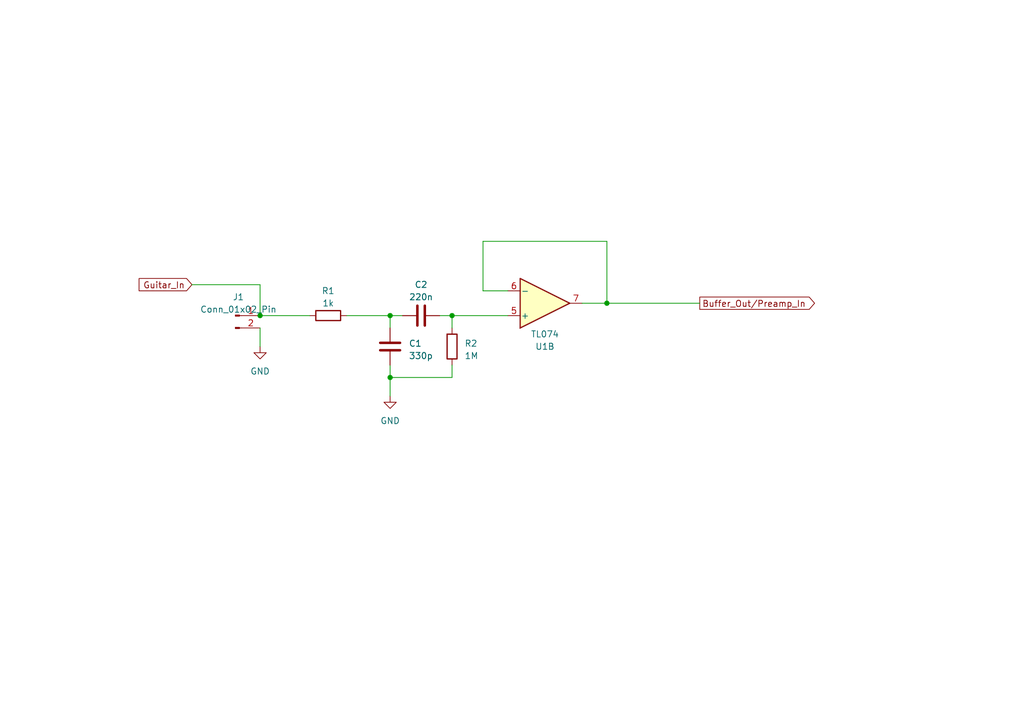
<source format=kicad_sch>
(kicad_sch (version 20230121) (generator eeschema)
  (paper "A5")
  (lib_symbols
    (symbol "Amplifier_Operational:TL074" (pin_names (offset 0.127))
      (property "Reference" "U" (at 0 5.08 0))
      (property "Value" "TL074" (at 0 -5.08 0))
      (symbol "TL074_1_1"
        (polyline (pts (xy -5.08 5.08) (xy 5.08 0) (xy -5.08 -5.08) (xy -5.08 5.08)) (stroke (width 0.254)) (fill (type background)))
        (pin output line (at 7.62 0 180) (length 2.54) (name "~") (number "1"))
        (pin input line (at -7.62 -2.54 0) (length 2.54) (name "-") (number "2"))
        (pin input line (at -7.62 2.54 0) (length 2.54) (name "+") (number "3"))
      )
      (symbol "TL074_2_1"
        (polyline (pts (xy -5.08 5.08) (xy 5.08 0) (xy -5.08 -5.08) (xy -5.08 5.08)) (stroke (width 0.254)) (fill (type background)))
        (pin input line (at -7.62 2.54 0) (length 2.54) (name "+") (number "5"))
        (pin input line (at -7.62 -2.54 0) (length 2.54) (name "-") (number "6"))
        (pin output line (at 7.62 0 180) (length 2.54) (name "~") (number "7"))
      )
      (symbol "TL074_3_1"
        (polyline (pts (xy -5.08 5.08) (xy 5.08 0) (xy -5.08 -5.08) (xy -5.08 5.08)) (stroke (width 0.254)) (fill (type background)))
        (pin input line (at -7.62 2.54 0) (length 2.54) (name "+") (number "10"))
        (pin output line (at 7.62 0 180) (length 2.54) (name "~") (number "8"))
        (pin input line (at -7.62 -2.54 0) (length 2.54) (name "-") (number "9"))
      )
      (symbol "TL074_4_1"
        (polyline (pts (xy -5.08 5.08) (xy 5.08 0) (xy -5.08 -5.08) (xy -5.08 5.08)) (stroke (width 0.254)) (fill (type background)))
        (pin input line (at -7.62 2.54 0) (length 2.54) (name "+") (number "12"))
        (pin input line (at -7.62 -2.54 0) (length 2.54) (name "-") (number "13"))
        (pin output line (at 7.62 0 180) (length 2.54) (name "~") (number "14"))
      )
      (symbol "TL074_5_1"
        (pin power_in line (at -2.54 -7.62 90) (length 3.81) (name "V-") (number "11"))
        (pin power_in line (at -2.54 7.62 270) (length 3.81) (name "V+") (number "4"))
      )
    )
    (symbol "Connector:Conn_01x02_Pin" (pin_names (offset 1.016) hide)
      (property "Reference" "J" (at 0 2.54 0))
      (property "Value" "Conn_01x02_Pin" (at 0 -5.08 0))
      (symbol "Conn_01x02_Pin_1_1"
        (polyline (pts (xy 1.27 -2.54) (xy 0.8636 -2.54)) (stroke (width 0.1524)))
        (polyline (pts (xy 1.27 0) (xy 0.8636 0)) (stroke (width 0.1524)))
        (rectangle (start 0.8636 -2.413) (end 0 -2.667) (stroke (width 0.1524)) (fill (type outline)))
        (rectangle (start 0.8636 0.127) (end 0 -0.127) (stroke (width 0.1524)) (fill (type outline)))
        (pin passive line (at 5.08 0 180) (length 3.81) (name "Pin_1") (number "1"))
        (pin passive line (at 5.08 -2.54 180) (length 3.81) (name "Pin_2") (number "2"))
      )
    )
    (symbol "PCM_Capacitor_AKL:C_0603" (pin_numbers hide) (pin_names (offset 0.254))
      (property "Reference" "C" (at 0.635 2.54 0))
      (property "Value" "C_0603" (at 0.635 -2.54 0))
      (symbol "C_0603_0_1"
        (polyline (pts (xy -2.032 -0.762) (xy 2.032 -0.762)) (stroke (width 0.508)))
        (polyline (pts (xy -2.032 0.762) (xy 2.032 0.762)) (stroke (width 0.508)))
      )
      (symbol "C_0603_1_1"
        (pin passive line (at 0 3.81 270) (length 2.794) (name "~") (number "1"))
        (pin passive line (at 0 -3.81 90) (length 2.794) (name "~") (number "2"))
      )
    )
    (symbol "PCM_Resistor_AKL:R_0603" (pin_numbers hide) (pin_names (offset 0))
      (property "Reference" "R" (at 2.54 1.27 0))
      (property "Value" "R_0603" (at 2.54 -1.27 0))
      (symbol "R_0603_0_1"
        (rectangle (start -1.016 -2.54) (end 1.016 2.54) (stroke (width 0.254)))
      )
      (symbol "R_0603_1_1"
        (pin passive line (at 0 3.81 270) (length 1.27) (name "~") (number "1"))
        (pin passive line (at 0 -3.81 90) (length 1.27) (name "~") (number "2"))
      )
    )
    (symbol "power:GND" (power) (pin_names (offset 0))
      (property "Value" "GND" (at 0 -3.81 0))
      (symbol "GND_0_1"
        (polyline (pts (xy 0 0) (xy 0 -1.27) (xy 1.27 -1.27) (xy 0 -2.54) (xy -1.27 -1.27) (xy 0 -1.27)))
      )
      (symbol "GND_1_1"
        (pin power_in line (at 0 0 270) (length 0) hide (name "GND") (number "1"))
      )
    )
  )
  (junction (at 92.71 64.77))
  (junction (at 80.01 64.77))
  (junction (at 124.46 62.23))
  (junction (at 53.34 64.77))
  (junction (at 80.01 77.47))
  (wire (pts (xy 99.06 49.53) (xy 124.46 49.53)))
  (wire (pts (xy 53.34 67.31) (xy 53.34 71.12)))
  (wire (pts (xy 119.38 62.23) (xy 124.46 62.23)))
  (wire (pts (xy 92.71 74.93) (xy 92.71 77.47)))
  (wire (pts (xy 80.01 77.47) (xy 80.01 81.28)))
  (wire (pts (xy 124.46 49.53) (xy 124.46 62.23)))
  (wire (pts (xy 124.46 62.23) (xy 143.51 62.23)))
  (wire (pts (xy 104.14 64.77) (xy 92.71 64.77)))
  (wire (pts (xy 99.06 49.53) (xy 99.06 59.69)))
  (wire (pts (xy 99.06 59.69) (xy 104.14 59.69)))
  (wire (pts (xy 53.34 64.77) (xy 63.5 64.77)))
  (wire (pts (xy 80.01 77.47) (xy 92.71 77.47)))
  (wire (pts (xy 90.17 64.77) (xy 92.71 64.77)))
  (wire (pts (xy 80.01 64.77) (xy 80.01 67.31)))
  (wire (pts (xy 53.34 58.42) (xy 53.34 64.77)))
  (wire (pts (xy 71.12 64.77) (xy 80.01 64.77)))
  (wire (pts (xy 80.01 64.77) (xy 82.55 64.77)))
  (wire (pts (xy 80.01 74.93) (xy 80.01 77.47)))
  (wire (pts (xy 39.37 58.42) (xy 53.34 58.42)))
  (wire (pts (xy 92.71 64.77) (xy 92.71 67.31)))
  (global_label "Buffer_Out{slash}Preamp_In" (shape output) (at 143.51 62.23 0) (property "Intersheetrefs" "${INTERSHEET_REFS}" (effects hide)))
  (global_label "Guitar_In" (shape input) (at 39.37 58.42 180) (property "Intersheetrefs" "${INTERSHEET_REFS}" (effects hide)))
  (symbol (lib_id "Amplifier_Operational:TL074") (at 111.76 62.23 0) (mirror x) (unit 2)
    (property "Reference" "U1" (at 111.76 71.12 0))
    (property "Value" "TL074" (at 111.76 68.58 0))
    (property "Footprint" "Package_SO:SOIC-14W_7.5x9mm_P1.27mm" (effects hide))
    (property "Datasheet" "http://www.ti.com/lit/ds/symlink/tl071.pdf" (effects hide))
  )
  (symbol (lib_id "PCM_Resistor_AKL:R_0603") (at 92.71 71.12 180) (unit 1)
    (property "Reference" "R2" (at 95.25 70.485 0) (effects (justify right)))
    (property "Value" "1M" (at 95.25 73.025 0) (effects (justify right)))
    (property "Footprint" "Resistor_SMD:R_0402_1005Metric_Pad0.72x0.64mm_HandSolder" (effects hide))
    (instances (project "CustomPlexi" (path "" (reference "R2") (unit 1)) (path "" (reference "R6") (unit 1))))
  )
  (symbol (lib_id "Connector:Conn_01x02_Pin") (at 48.26 64.77 0) (unit 1)
    (property "Reference" "J1" (at 48.895 60.96 0))
    (property "Value" "Conn_01x02_Pin" (at 48.895 63.5 0))
    (property "Footprint" "Connector_PinHeader_2.54mm:PinHeader_1x02_P2.54mm_Vertical" (effects hide))
    (instances (project "CustomPlexi" (path "" (reference "J1") (unit 1)) (path "" (reference "J2") (unit 1))))
  )
  (symbol (lib_id "PCM_Capacitor_AKL:C_0603") (at 86.36 64.77 90) (unit 1)
    (property "Reference" "C2" (at 86.36 58.42 90))
    (property "Value" "220n" (at 86.36 60.96 90))
    (property "Footprint" "Capacitor_SMD:C_0402_1005Metric_Pad0.74x0.62mm_HandSolder" (effects hide))
    (instances (project "CustomPlexi" (path "" (reference "C2") (unit 1)) (path "" (reference "C4") (unit 1))))
  )
  (symbol (lib_id "power:GND") (at 53.34 71.12 0) (unit 1)
    (property "Reference" "#PWR01" (effects hide))
    (property "Value" "GND" (at 53.34 76.2 0))
    (instances (project "CustomPlexi" (path "" (reference "#PWR01") (unit 1)) (path "" (reference "#PWR029") (unit 1))))
  )
  (symbol (lib_id "PCM_Resistor_AKL:R_0603") (at 67.31 64.77 90) (unit 1)
    (property "Reference" "R1" (at 67.31 59.69 90))
    (property "Value" "1k" (at 67.31 62.23 90))
    (property "Footprint" "Resistor_SMD:R_0402_1005Metric_Pad0.72x0.64mm_HandSolder" (effects hide))
    (instances (project "CustomPlexi" (path "" (reference "R1") (unit 1)) (path "" (reference "R5") (unit 1))))
  )
  (symbol (lib_id "PCM_Capacitor_AKL:C_0603") (at 80.01 71.12 0) (unit 1)
    (property "Reference" "C1" (at 83.82 70.485 0) (effects (justify left)))
    (property "Value" "330p" (at 83.82 73.025 0) (effects (justify left)))
    (property "Footprint" "Capacitor_SMD:C_0402_1005Metric_Pad0.74x0.62mm_HandSolder" (effects hide))
    (instances (project "CustomPlexi" (path "" (reference "C1") (unit 1)) (path "" (reference "C3") (unit 1))))
  )
  (symbol (lib_id "power:GND") (at 80.01 81.28 0) (unit 1)
    (property "Reference" "#PWR01" (effects hide))
    (property "Value" "GND" (at 80.01 86.36 0))
    (instances (project "CustomPlexi" (path "" (reference "#PWR01") (unit 1)) (path "" (reference "#PWR03") (unit 1))))
  )
)
</source>
